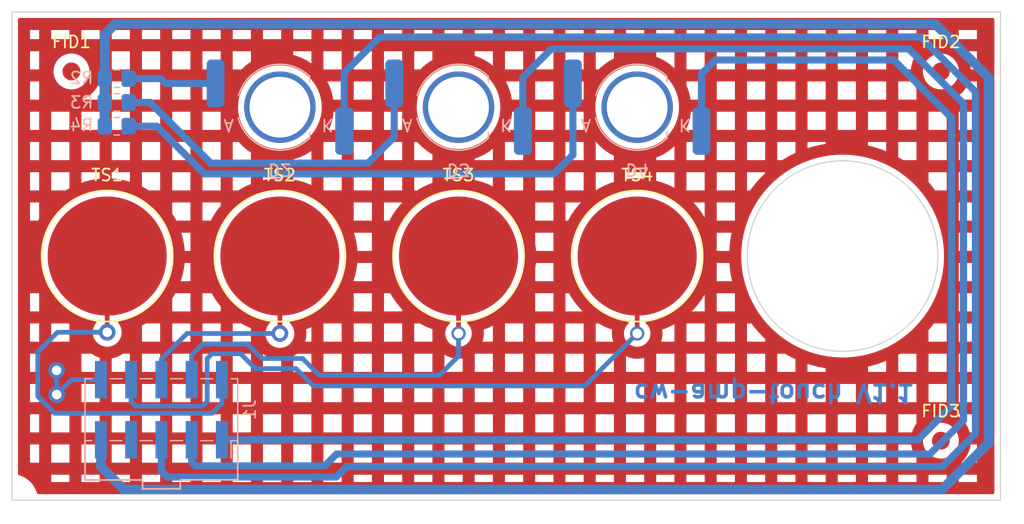
<source format=kicad_pcb>
(kicad_pcb (version 20211014) (generator pcbnew)
  (layers (0 "F.Cu" signal) (31 "B.Cu" signal) (34 "B.Paste" user) (35 "F.Paste" user) (36 "B.SilkS" user "B.Silkscreen") (37 "F.SilkS" user "F.Silkscreen") (38 "B.Mask" user) (39 "F.Mask" user) (44 "Edge.Cuts" user))
  (net 0 "")
  (net 1 "LED-ANALOG-INT")
  (net 2 "Net-(D2-Pad2)")
  (net 3 "LED-ANALOG-EXT")
  (net 4 "Net-(D3-Pad2)")
  (net 5 "LED-BT")
  (net 6 "Net-(D4-Pad2)")
  (net 7 "TOUCH-KEY-POWER")
  (net 8 "TOUCH-KEY-ANALOG-EXT")
  (net 9 "TOUCH-KEY-ANALOG-INT")
  (net 11 "TOUCH-KEY-BT")
  (net 12 "+3V3")
  (net 13 "GNDD")
  (footprint "office-amp:TouchSensor" (layer "F.Cu") (at 138 100.5)
    (fp_text reference "TS1" (at 0 -6.8 unlocked) (layer "F.SilkS"))
    (fp_text value "TouchSensor")
    (fp_circle (center 0 0) (end 5.5 0) (layer "F.SilkS") (width 0.15) (fill none))
    (pad "1" smd circle (at 0 0) (size 10 10) (layers "F.Cu" "F.Paste" "F.Mask") (net 7 "TOUCH-KEY-POWER"))
  )
  (footprint "office-amp:TouchSensor" (layer "F.Cu") (at 152.5 100.5)
    (fp_text reference "TS2" (at 0 -6.8 unlocked) (layer "F.SilkS"))
    (fp_text value "TouchSensor")
    (fp_circle (center 0 0) (end 5.5 0) (layer "F.SilkS") (width 0.15) (fill none))
    (pad "1" smd circle (at 0 0) (size 10 10) (layers "F.Cu" "F.Paste" "F.Mask") (net 9 "TOUCH-KEY-ANALOG-INT"))
  )
  (footprint "office-amp:TouchSensor" (layer "F.Cu") (at 167.5 100.5)
    (fp_text reference "TS3" (at 0 -6.8 unlocked) (layer "F.SilkS"))
    (fp_text value "TouchSensor")
    (fp_circle (center 0 0) (end 5.5 0) (layer "F.SilkS") (width 0.15) (fill none))
    (pad "1" smd circle (at 0 0) (size 10 10) (layers "F.Cu" "F.Paste" "F.Mask") (net 8 "TOUCH-KEY-ANALOG-EXT"))
  )
  (footprint "Fiducial:Fiducial_1.5mm_Mask3mm" (layer "F.Cu") (at 135 85)
    (fp_text reference "FID1" (at 0 -2.4765) (layer "F.SilkS"))
    (fp_text value "Fiducial")
    (pad "" smd circle (at 0 0) (size 1.5 1.5) (layers "F.Cu" "F.Mask" "Eco1.User") (clearance 0.75))
  )
  (footprint "office-amp:TouchSensor" (layer "F.Cu") (at 182.5 100.5)
    (fp_text reference "TS4" (at 0 -6.8 unlocked) (layer "F.SilkS"))
    (fp_text value "TouchSensor")
    (fp_circle (center 0 0) (end 5.5 0) (layer "F.SilkS") (width 0.15) (fill none))
    (pad "1" smd circle (at 0 0) (size 10 10) (layers "F.Cu" "F.Paste" "F.Mask") (net 11 "TOUCH-KEY-BT"))
  )
  (footprint "Fiducial:Fiducial_1.5mm_Mask3mm" (layer "F.Cu") (at 208 85)
    (fp_text reference "FID2" (at 0 -2.4765) (layer "F.SilkS"))
    (fp_text value "Fiducial")
    (pad "" smd circle (at 0 0) (size 1.5 1.5) (layers "F.Cu" "F.Mask" "Eco1.User") (clearance 0.75))
  )
  (footprint "Fiducial:Fiducial_1.5mm_Mask3mm" (layer "F.Cu") (at 208 116)
    (fp_text reference "FID3" (at 0 -2.4765) (layer "F.SilkS"))
    (fp_text value "Fiducial")
    (pad "" smd circle (at 0 0) (size 1.5 1.5) (layers "F.Cu" "F.Mask" "Eco1.User") (clearance 0.75))
  )
  (footprint "Resistor_SMD:R_0805_2012Metric_Pad1.20x1.40mm_HandSolder" (layer "B.Cu") (at 138.8 89.6)
    (fp_text reference "R4" (at -2.95 -0.1) (layer "B.SilkS") (effects (justify mirror)))
    (fp_text value "330R")
    (fp_line (start -0.227064 -0.735) (end 0.227064 -0.735) (layer "B.SilkS") (width 0.12))
    (fp_line (start -0.227064 0.735) (end 0.227064 0.735) (layer "B.SilkS") (width 0.12))
    (pad "1" smd roundrect (at -1 0) (size 1.2 1.4) (layers "B.Cu" "B.Paste" "B.Mask") (roundrect_rratio 0.2083333333) (net 12 "+3V3"))
    (pad "2" smd roundrect (at 1 0) (size 1.2 1.4) (layers "B.Cu" "B.Paste" "B.Mask") (roundrect_rratio 0.2083333333) (net 6 "Net-(D4-Pad2)"))
  )
  (footprint "office-amp:LED-5mm-ThroughPCB" (layer "B.Cu") (at 182.5 88)
    (fp_text reference "D4" (at 0 5.25 180 unlocked) (layer "B.SilkS") (effects (justify mirror)))
    (fp_text value "LED")
    (fp_text user "K" (at 4 1.5 180 unlocked) (layer "B.SilkS") (effects (justify mirror)))
    (fp_text user "A" (at -4.3 1.500752 180 unlocked) (layer "B.SilkS") (effects (justify mirror)))
    (fp_line (start 2.5 -2.1) (end 2.5 -2.6) (layer "B.SilkS") (width 0.12))
    (fp_line (start 2.5 2.1) (end 2.5 2.6) (layer "B.SilkS") (width 0.12))
    (fp_arc (start 2.504799 2.604991) (mid -0.987094 3.476441) (end -3.5 0.9) (layer "B.SilkS") (width 0.12))
    (fp_arc (start -3.475348 -0.965375) (mid -0.951749 -3.479104) (end 2.499999 -2.599999) (layer "B.SilkS") (width 0.12))
    (pad "" np_thru_hole circle (at 0 0) (size 6 6) (drill 5.1) (layers F&B.Cu *.Mask))
    (pad "1" smd roundrect (at 5.4 2 270) (size 4 1.5) (layers "B.Cu" "B.Paste" "B.Mask") (net 5 "LED-BT"))
    (pad "2" smd roundrect (at -5.4 -2 270) (size 4 1.5) (layers "B.Cu" "B.Paste" "B.Mask") (net 6 "Net-(D4-Pad2)"))
  )
  (footprint "Resistor_SMD:R_0805_2012Metric_Pad1.20x1.40mm_HandSolder" (layer "B.Cu") (at 138.8 85.6)
    (fp_text reference "R2" (at -2.95 -0.05) (layer "B.SilkS") (effects (justify mirror)))
    (fp_text value "330R")
    (fp_line (start -0.227064 0.735) (end 0.227064 0.735) (layer "B.SilkS") (width 0.12))
    (fp_line (start -0.227064 -0.735) (end 0.227064 -0.735) (layer "B.SilkS") (width 0.12))
    (pad "1" smd roundrect (at -1 0) (size 1.2 1.4) (layers "B.Cu" "B.Paste" "B.Mask") (roundrect_rratio 0.2083333333) (net 12 "+3V3"))
    (pad "2" smd roundrect (at 1 0) (size 1.2 1.4) (layers "B.Cu" "B.Paste" "B.Mask") (roundrect_rratio 0.2083333333) (net 2 "Net-(D2-Pad2)"))
  )
  (footprint "office-amp:LED-5mm-ThroughPCB" (layer "B.Cu") (at 152.5 88)
    (fp_text reference "D2" (at 0 5.25 180 unlocked) (layer "B.SilkS") (effects (justify mirror)))
    (fp_text value "LED")
    (fp_text user "K" (at 4 1.5 180 unlocked) (layer "B.SilkS") (effects (justify mirror)))
    (fp_text user "A" (at -4.3 1.500752 180 unlocked) (layer "B.SilkS") (effects (justify mirror)))
    (fp_line (start 2.5 2.1) (end 2.5 2.6) (layer "B.SilkS") (width 0.12))
    (fp_line (start 2.5 -2.1) (end 2.5 -2.6) (layer "B.SilkS") (width 0.12))
    (fp_arc (start -3.475348 -0.965375) (mid -0.951749 -3.479104) (end 2.499999 -2.599999) (layer "B.SilkS") (width 0.12))
    (fp_arc (start 2.504799 2.604991) (mid -0.987094 3.476441) (end -3.5 0.9) (layer "B.SilkS") (width 0.12))
    (pad "" np_thru_hole circle (at 0 0) (size 6 6) (drill 5.1) (layers F&B.Cu *.Mask))
    (pad "1" smd roundrect (at 5.4 2 270) (size 4 1.5) (layers "B.Cu" "B.Paste" "B.Mask") (net 1 "LED-ANALOG-INT"))
    (pad "2" smd roundrect (at -5.4 -2 270) (size 4 1.5) (layers "B.Cu" "B.Paste" "B.Mask") (net 2 "Net-(D2-Pad2)"))
  )
  (footprint "office-amp:LED-5mm-ThroughPCB" (layer "B.Cu") (at 167.5 88)
    (fp_text reference "D3" (at 0 5.25 180 unlocked) (layer "B.SilkS") (effects (justify mirror)))
    (fp_text value "LED")
    (fp_text user "K" (at 4 1.5 180 unlocked) (layer "B.SilkS") (effects (justify mirror)))
    (fp_text user "A" (at -4.3 1.500752 180 unlocked) (layer "B.SilkS") (effects (justify mirror)))
    (fp_line (start 2.5 -2.1) (end 2.5 -2.6) (layer "B.SilkS") (width 0.12))
    (fp_line (start 2.5 2.1) (end 2.5 2.6) (layer "B.SilkS") (width 0.12))
    (fp_arc (start 2.504799 2.604991) (mid -0.987094 3.476441) (end -3.5 0.9) (layer "B.SilkS") (width 0.12))
    (fp_arc (start -3.475348 -0.965375) (mid -0.951749 -3.479104) (end 2.499999 -2.599999) (layer "B.SilkS") (width 0.12))
    (pad "" np_thru_hole circle (at 0 0) (size 6 6) (drill 5.1) (layers F&B.Cu *.Mask))
    (pad "1" smd roundrect (at 5.4 2 270) (size 4 1.5) (layers "B.Cu" "B.Paste" "B.Mask") (net 3 "LED-ANALOG-EXT"))
    (pad "2" smd roundrect (at -5.4 -2 270) (size 4 1.5) (layers "B.Cu" "B.Paste" "B.Mask") (net 4 "Net-(D3-Pad2)"))
  )
  (footprint "Connector_PinHeader_2.54mm:PinHeader_2x05_P2.54mm_Vertical_SMD" (layer "B.Cu") (at 142.55 113.4 90)
    (fp_text reference "J1" (at 0 7.41 270) (layer "B.SilkS") (effects (justify mirror)))
    (fp_text value "Conn_02x05_Odd_Even" hide)
    (fp_line (start 2.6 -0.76) (end 2.6 -1.78) (layer "B.SilkS") (width 0.12))
    (fp_line (start 2.6 -5.84) (end 2.6 -6.41) (layer "B.SilkS") (width 0.12))
    (fp_line (start -2.6 -0.76) (end -2.6 -1.78) (layer "B.SilkS") (width 0.12))
    (fp_line (start -2.6 1.78) (end -2.6 0.76) (layer "B.SilkS") (width 0.12))
    (fp_line (start -2.6 -6.41) (end 2.6 -6.41) (layer "B.SilkS") (width 0.12))
    (fp_line (start -2.6 -5.84) (end -2.6 -6.41) (layer "B.SilkS") (width 0.12))
    (fp_line (start -4.04 5.84) (end -2.6 5.84) (layer "B.SilkS") (width 0.12))
    (fp_line (start -2.6 4.32) (end -2.6 3.3) (layer "B.SilkS") (width 0.12))
    (fp_line (start -2.6 6.41) (end 2.6 6.41) (layer "B.SilkS") (width 0.12))
    (fp_line (start -2.6 -3.3) (end -2.6 -4.32) (layer "B.SilkS") (width 0.12))
    (fp_line (start 2.6 -3.3) (end 2.6 -4.32) (layer "B.SilkS") (width 0.12))
    (fp_line (start 2.6 6.41) (end 2.6 5.84) (layer "B.SilkS") (width 0.12))
    (fp_line (start 2.6 1.78) (end 2.6 0.76) (layer "B.SilkS") (width 0.12))
    (fp_line (start -2.6 6.41) (end -2.6 5.84) (layer "B.SilkS") (width 0.12))
    (fp_line (start 2.6 4.32) (end 2.6 3.3) (layer "B.SilkS") (width 0.12))
    (pad "1" smd rect (at -2.525 5.08 90) (size 3.15 1) (layers "B.Cu" "B.Paste" "B.Mask") (net 5 "LED-BT"))
    (pad "2" smd rect (at 2.525 5.08 90) (size 3.15 1) (layers "B.Cu" "B.Paste" "B.Mask") (net 7 "TOUCH-KEY-POWER"))
    (pad "3" smd rect (at -2.525 2.54 90) (size 3.15 1) (layers "B.Cu" "B.Paste" "B.Mask") (net 3 "LED-ANALOG-EXT"))
    (pad "4" smd rect (at 2.525 2.54 90) (size 3.15 1) (layers "B.Cu" "B.Paste" "B.Mask") (net 8 "TOUCH-KEY-ANALOG-EXT"))
    (pad "5" smd rect (at -2.525 0 90) (size 3.15 1) (layers "B.Cu" "B.Paste" "B.Mask") (net 1 "LED-ANALOG-INT"))
    (pad "6" smd rect (at 2.525 0 90) (size 3.15 1) (layers "B.Cu" "B.Paste" "B.Mask") (net 9 "TOUCH-KEY-ANALOG-INT"))
    (pad "7" smd rect (at -2.525 -2.54 90) (size 3.15 1) (layers "B.Cu" "B.Paste" "B.Mask"))
    (pad "8" smd rect (at 2.525 -2.54 90) (size 3.15 1) (layers "B.Cu" "B.Paste" "B.Mask") (net 11 "TOUCH-KEY-BT"))
    (pad "9" smd rect (at -2.525 -5.08 90) (size 3.15 1) (layers "B.Cu" "B.Paste" "B.Mask") (net 12 "+3V3"))
    (pad "10" smd rect (at 2.525 -5.08 90) (size 3.15 1) (layers "B.Cu" "B.Paste" "B.Mask") (net 13 "GNDD"))
  )
  (footprint "Resistor_SMD:R_0805_2012Metric_Pad1.20x1.40mm_HandSolder" (layer "B.Cu") (at 138.8 87.6)
    (fp_text reference "R3" (at -2.95 0) (layer "B.SilkS") (effects (justify mirror)))
    (fp_text value "330R")
    (fp_line (start -0.227064 -0.735) (end 0.227064 -0.735) (layer "B.SilkS") (width 0.12))
    (fp_line (start -0.227064 0.735) (end 0.227064 0.735) (layer "B.SilkS") (width 0.12))
    (pad "1" smd roundrect (at -1 0) (size 1.2 1.4) (layers "B.Cu" "B.Paste" "B.Mask") (roundrect_rratio 0.2083333333) (net 12 "+3V3"))
    (pad "2" smd roundrect (at 1 0) (size 1.2 1.4) (layers "B.Cu" "B.Paste" "B.Mask") (roundrect_rratio 0.2083333333) (net 4 "Net-(D3-Pad2)"))
  )
  (gr_line (start 144.14 120.04) (end 140.97 120.05) (layer "B.SilkS") (width 0.15))
  (gr_line (start 148.96 115.99) (end 148.96 119.28) (layer "B.SilkS") (width 0.15))
  (gr_line (start 140.97 119.3) (end 140.97 120.05) (layer "B.SilkS") (width 0.15))
  (gr_line (start 144.14 119.29) (end 148.96 119.29) (layer "B.SilkS") (width 0.15))
  (gr_line (start 136.14 116) (end 136.14 119.29) (layer "B.SilkS") (width 0.15))
  (gr_line (start 144.14 119.29) (end 144.14 120.04) (layer "B.SilkS") (width 0.15))
  (gr_line (start 140.96 119.3) (end 136.14 119.3) (layer "B.SilkS") (width 0.15))
  (gr_circle (center 199.75 100.5) (end 207.75 100.5) (layer "Edge.Cuts") (width 0.1) (fill none))
  (gr_line (start 213 80) (end 213 121) (layer "Edge.Cuts") (width 0.1))
  (gr_line (start 130 121) (end 130 80) (layer "Edge.Cuts") (width 0.1))
  (gr_line (start 213 121) (end 130 121) (layer "Edge.Cuts") (width 0.1))
  (gr_line (start 130 80) (end 213 80) (layer "Edge.Cuts") (width 0.1))
  (gr_text "cw-amp-touch V1.1" (at 194 112 180) (layer "B.Cu") (effects (font (size 1.5 1.5) (thickness 0.3)) (justify mirror)))
  (segment (start 206.3 82.1) (end 160.9 82.1) (width 0.6) (layer "B.Cu") (net 1))
  (segment (start 210.9 115.4) (end 210.9 86.7) (width 0.6) (layer "B.Cu") (net 1))
  (segment (start 160.9 82.1) (end 157.9 85.1) (width 0.6) (layer "B.Cu") (net 1))
  (segment (start 208.12 118.18) (end 210.9 115.4) (width 0.6) (layer "B.Cu") (net 1))
  (segment (start 157.23 119.05) (end 158.1 118.18) (width 0.6) (layer "B.Cu") (net 1))
  (segment (start 143.05 119.05) (end 157.23 119.05) (width 0.6) (layer "B.Cu") (net 1))
  (segment (start 210.9 86.7) (end 206.3 82.1) (width 0.6) (layer "B.Cu") (net 1))
  (segment (start 157.9 85.1) (end 157.9 90) (width 0.6) (layer "B.Cu") (net 1))
  (segment (start 142.55 118.55) (end 143.05 119.05) (width 0.6) (layer "B.Cu") (net 1))
  (segment (start 158.1 118.18) (end 208.12 118.18) (width 0.6) (layer "B.Cu") (net 1))
  (segment (start 142.55 115.925) (end 142.55 118.55) (width 0.6) (layer "B.Cu") (net 1))
  (segment (start 142.5 85.6) (end 142.9 86) (width 0.6) (layer "B.Cu") (net 2))
  (segment (start 142.9 86) (end 147.1 86) (width 0.6) (layer "B.Cu") (net 2))
  (segment (start 139.8 85.6) (end 142.5 85.6) (width 0.6) (layer "B.Cu") (net 2))
  (segment (start 172.9 85.5) (end 172.9 90) (width 0.6) (layer "B.Cu") (net 3))
  (segment (start 156.26 118.12) (end 157.26 117.12) (width 0.6) (layer "B.Cu") (net 3))
  (segment (start 205.3 83.1) (end 175.3 83.1) (width 0.6) (layer "B.Cu") (net 3))
  (segment (start 207.08 117.12) (end 209.9 114.3) (width 0.6) (layer "B.Cu") (net 3))
  (segment (start 145.09 117.79) (end 145.42 118.12) (width 0.6) (layer "B.Cu") (net 3))
  (segment (start 209.9 87.7) (end 205.3 83.1) (width 0.6) (layer "B.Cu") (net 3))
  (segment (start 157.26 117.12) (end 207.08 117.12) (width 0.6) (layer "B.Cu") (net 3))
  (segment (start 145.42 118.12) (end 156.26 118.12) (width 0.6) (layer "B.Cu") (net 3))
  (segment (start 145.09 115.925) (end 145.09 117.79) (width 0.6) (layer "B.Cu") (net 3))
  (segment (start 209.9 114.3) (end 209.9 87.7) (width 0.6) (layer "B.Cu") (net 3))
  (segment (start 175.3 83.1) (end 172.9 85.5) (width 0.6) (layer "B.Cu") (net 3))
  (segment (start 141.6 87.6) (end 146.7 92.7) (width 0.6) (layer "B.Cu") (net 4))
  (segment (start 146.7 92.7) (end 159.9 92.7) (width 0.6) (layer "B.Cu") (net 4))
  (segment (start 159.9 92.7) (end 162.1 90.5) (width 0.6) (layer "B.Cu") (net 4))
  (segment (start 162.1 90.5) (end 162.1 86) (width 0.6) (layer "B.Cu") (net 4))
  (segment (start 139.8 87.6) (end 141.6 87.6) (width 0.6) (layer "B.Cu") (net 4))
  (segment (start 208.9 113.1) (end 208.9 88.9) (width 0.6) (layer "B.Cu") (net 5))
  (segment (start 208.9 88.9) (end 204.034938 84.034938) (width 0.6) (layer "B.Cu") (net 5))
  (segment (start 206.075 115.925) (end 208.9 113.1) (width 0.6) (layer "B.Cu") (net 5))
  (segment (start 204.034938 84.034938) (end 189.065062 84.034938) (width 0.6) (layer "B.Cu") (net 5))
  (segment (start 189.065062 84.034938) (end 187.9 85.2) (width 0.6) (layer "B.Cu") (net 5))
  (segment (start 147.63 115.925) (end 206.075 115.925) (width 0.6) (layer "B.Cu") (net 5))
  (segment (start 187.9 85.2) (end 187.9 90) (width 0.6) (layer "B.Cu") (net 5))
  (segment (start 142.169308 89.6) (end 146.169308 93.6) (width 0.6) (layer "B.Cu") (net 6))
  (segment (start 146.169308 93.6) (end 175.5 93.6) (width 0.6) (layer "B.Cu") (net 6))
  (segment (start 175.5 93.6) (end 177.1 92) (width 0.6) (layer "B.Cu") (net 6))
  (segment (start 177.1 92) (end 177.1 86) (width 0.6) (layer "B.Cu") (net 6))
  (segment (start 139.8 89.6) (end 142.169308 89.6) (width 0.6) (layer "B.Cu") (net 6))
  (segment (start 138 100.5) (end 138 106.9) (width 0.4) (layer "F.Cu") (net 7))
  (via (at 138 106.9) (size 1.4) (drill 0.8) (layers "F.Cu" "B.Cu") (net 7))
  (segment (start 146.8 113.7) (end 147.63 112.87) (width 0.4) (layer "B.Cu") (net 7))
  (segment (start 133.6 113.7) (end 146.8 113.7) (width 0.4) (layer "B.Cu") (net 7))
  (segment (start 132.17 108.56) (end 132.17 112.27) (width 0.4) (layer "B.Cu") (net 7))
  (segment (start 132.17 112.27) (end 133.6 113.7) (width 0.4) (layer "B.Cu") (net 7))
  (segment (start 138 106.9) (end 133.83 106.9) (width 0.4) (layer "B.Cu") (net 7))
  (segment (start 147.63 112.87) (end 147.63 110.875) (width 0.4) (layer "B.Cu") (net 7))
  (segment (start 133.83 106.9) (end 132.17 108.56) (width 0.4) (layer "B.Cu") (net 7))
  (segment (start 167.5 100.5) (end 167.5 107) (width 0.4) (layer "F.Cu") (net 8))
  (via (at 167.5 107) (size 1.2) (drill 0.8) (layers "F.Cu" "B.Cu") (net 8))
  (segment (start 151 109.1) (end 149.8 107.9) (width 0.4) (layer "B.Cu") (net 8))
  (segment (start 154.4 109.1) (end 151 109.1) (width 0.4) (layer "B.Cu") (net 8))
  (segment (start 167.5 107) (end 167.5 108.9) (width 0.4) (layer "B.Cu") (net 8))
  (segment (start 146 107.9) (end 145.09 108.81) (width 0.4) (layer "B.Cu") (net 8))
  (segment (start 145.09 108.81) (end 145.09 110.875) (width 0.4) (layer "B.Cu") (net 8))
  (segment (start 167.5 108.9) (end 165.9 110.5) (width 0.4) (layer "B.Cu") (net 8))
  (segment (start 149.8 107.9) (end 146 107.9) (width 0.4) (layer "B.Cu") (net 8))
  (segment (start 155.8 110.5) (end 154.4 109.1) (width 0.4) (layer "B.Cu") (net 8))
  (segment (start 165.9 110.5) (end 155.8 110.5) (width 0.4) (layer "B.Cu") (net 8))
  (segment (start 152.5 100.5) (end 152.5 107) (width 0.4) (layer "F.Cu") (net 9))
  (via (at 152.5 107) (size 1.4) (drill 0.8) (layers "F.Cu" "B.Cu") (net 9))
  (segment (start 142.55 109.15) (end 142.55 110.875) (width 0.4) (layer "B.Cu") (net 9))
  (segment (start 152.5 107) (end 144.7 107) (width 0.4) (layer "B.Cu") (net 9))
  (segment (start 144.7 107) (end 142.55 109.15) (width 0.4) (layer "B.Cu") (net 9))
  (segment (start 182.5 100.5) (end 182.5 107) (width 0.4) (layer "F.Cu") (net 11))
  (via (at 182.5 107) (size 1.2) (drill 0.8) (layers "F.Cu" "B.Cu") (net 11))
  (segment (start 146.4 112.7) (end 146.4 109.1) (width 0.4) (layer "B.Cu") (net 11))
  (segment (start 155.3 111.4) (end 178.1 111.4) (width 0.4) (layer "B.Cu") (net 11))
  (segment (start 153.85 109.95) (end 155.3 111.4) (width 0.4) (layer "B.Cu") (net 11))
  (segment (start 146.8 108.7) (end 149.2 108.7) (width 0.4) (layer "B.Cu") (net 11))
  (segment (start 149.2 108.7) (end 150.45 109.95) (width 0.4) (layer "B.Cu") (net 11))
  (segment (start 140.4 113.1) (end 146 113.1) (width 0.4) (layer "B.Cu") (net 11))
  (segment (start 150.45 109.95) (end 153.85 109.95) (width 0.4) (layer "B.Cu") (net 11))
  (segment (start 146 113.1) (end 146.4 112.7) (width 0.4) (layer "B.Cu") (net 11))
  (segment (start 178.1 111.4) (end 182.5 107) (width 0.4) (layer "B.Cu") (net 11))
  (segment (start 140.01 112.71) (end 140.4 113.1) (width 0.4) (layer "B.Cu") (net 11))
  (segment (start 140.01 110.875) (end 140.01 112.71) (width 0.4) (layer "B.Cu") (net 11))
  (segment (start 146.4 109.1) (end 146.8 108.7) (width 0.4) (layer "B.Cu") (net 11))
  (segment (start 137.8 85.6) (end 137.8 87.6) (width 0.8) (layer "B.Cu") (net 12))
  (segment (start 212 116.2) (end 212 85.5) (width 0.8) (layer "B.Cu") (net 12))
  (segment (start 139.4 120.1) (end 208.1 120.1) (width 0.8) (layer "B.Cu") (net 12))
  (segment (start 137.47 118.17) (end 139.4 120.1) (width 0.8) (layer "B.Cu") (net 12))
  (segment (start 137.8 81.9) (end 137.8 85.6) (width 0.8) (layer "B.Cu") (net 12))
  (segment (start 207.5 81) (end 138.7 81) (width 0.8) (layer "B.Cu") (net 12))
  (segment (start 212 85.5) (end 207.5 81) (width 0.8) (layer "B.Cu") (net 12))
  (segment (start 137.47 115.925) (end 137.47 118.17) (width 0.8) (layer "B.Cu") (net 12))
  (segment (start 138.7 81) (end 137.8 81.9) (width 0.8) (layer "B.Cu") (net 12))
  (segment (start 208.1 120.1) (end 212 116.2) (width 0.8) (layer "B.Cu") (net 12))
  (segment (start 137.8 87.6) (end 137.8 89.6) (width 0.8) (layer "B.Cu") (net 12))
  (via (at 133.75 110.1) (size 1.4) (drill 0.8) (layers "F.Cu" "B.Cu") (net 13))
  (via (at 133.76 112.13) (size 1.4) (drill 0.8) (layers "F.Cu" "B.Cu") (net 13))
  (segment (start 133.76 112.13) (end 135.015 110.875) (width 0.4) (layer "B.Cu") (net 13))
  (segment (start 135.015 110.875) (end 137.47 110.875) (width 0.4) (layer "B.Cu") (net 13))
  (segment (start 133.76 110.11) (end 133.75 110.1) (width 0.4) (layer "B.Cu") (net 13))
  (segment (start 133.76 112.13) (end 133.76 110.11) (width 0.4) (layer "B.Cu") (net 13))
  (zone (net 13) (net_name "GNDD") (layer "F.Cu") (connect_pads yes (clearance 0.508)) (min_thickness 0.254) (fill yes (mode hatch) (thermal_gap 0.508) (thermal_bridge_width 0.508) (hatch_thickness 1.016) (hatch_gap 1.524) (hatch_orientation 0) (hatch_border_algorithm hatch_thickness) (hatch_min_hole_area 0.3))
    (polygon (pts (xy 215 123) (xy 129 123) (xy 129 79) (xy 215 79)))
  )
)
</source>
